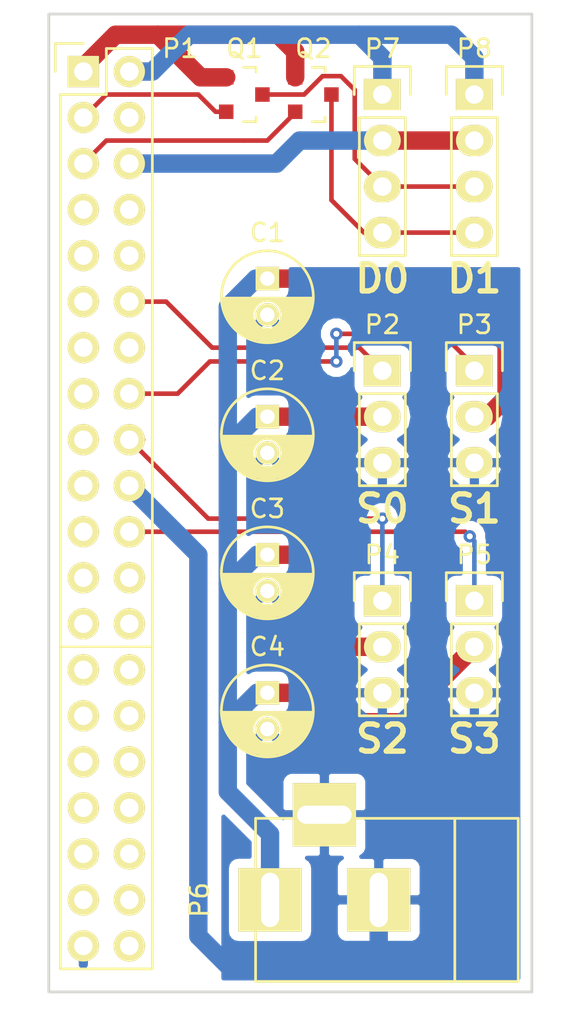
<source format=kicad_pcb>
(kicad_pcb (version 4) (host pcbnew 4.0.2+e4-6225~38~ubuntu16.04.1-stable)

  (general
    (links 34)
    (no_connects 0)
    (area 121.209999 57.709999 148.665001 111.835001)
    (thickness 1.6)
    (drawings 11)
    (tracks 103)
    (zones 0)
    (modules 14)
    (nets 44)
  )

  (page A4)
  (layers
    (0 F.Cu signal)
    (31 B.Cu signal)
    (32 B.Adhes user)
    (33 F.Adhes user)
    (34 B.Paste user)
    (35 F.Paste user)
    (36 B.SilkS user)
    (37 F.SilkS user)
    (38 B.Mask user)
    (39 F.Mask user)
    (40 Dwgs.User user)
    (41 Cmts.User user)
    (42 Eco1.User user)
    (43 Eco2.User user)
    (44 Edge.Cuts user)
    (45 Margin user)
    (46 B.CrtYd user)
    (47 F.CrtYd user)
    (48 B.Fab user)
    (49 F.Fab user)
  )

  (setup
    (last_trace_width 0.254)
    (trace_clearance 0.254)
    (zone_clearance 0.508)
    (zone_45_only no)
    (trace_min 0.1524)
    (segment_width 0.2)
    (edge_width 0.15)
    (via_size 0.6858)
    (via_drill 0.3302)
    (via_min_size 0.6858)
    (via_min_drill 0.3302)
    (uvia_size 0.762)
    (uvia_drill 0.508)
    (uvias_allowed no)
    (uvia_min_size 0.762)
    (uvia_min_drill 0.508)
    (pcb_text_width 0.3)
    (pcb_text_size 1.5 1.5)
    (mod_edge_width 0.15)
    (mod_text_size 1 1)
    (mod_text_width 0.15)
    (pad_size 1.524 1.524)
    (pad_drill 0.762)
    (pad_to_mask_clearance 0.2)
    (aux_axis_origin 0 0)
    (visible_elements FFFEFF7F)
    (pcbplotparams
      (layerselection 0x01030_80000001)
      (usegerberextensions false)
      (excludeedgelayer true)
      (linewidth 0.100000)
      (plotframeref false)
      (viasonmask false)
      (mode 1)
      (useauxorigin false)
      (hpglpennumber 1)
      (hpglpenspeed 20)
      (hpglpendiameter 15)
      (hpglpenoverlay 2)
      (psnegative false)
      (psa4output false)
      (plotreference true)
      (plotvalue true)
      (plotinvisibletext false)
      (padsonsilk false)
      (subtractmaskfromsilk false)
      (outputformat 1)
      (mirror false)
      (drillshape 0)
      (scaleselection 1)
      (outputdirectory output/))
  )

  (net 0 "")
  (net 1 VCC)
  (net 2 GND)
  (net 3 "Net-(P1-Pad4)")
  (net 4 "Net-(P1-Pad7)")
  (net 5 "Net-(P1-Pad8)")
  (net 6 "Net-(P1-Pad9)")
  (net 7 "Net-(P1-Pad10)")
  (net 8 "Net-(P1-Pad11)")
  (net 9 /SERVO_0)
  (net 10 "Net-(P1-Pad13)")
  (net 11 "Net-(P1-Pad14)")
  (net 12 "Net-(P1-Pad15)")
  (net 13 /SERVO_1)
  (net 14 "Net-(P1-Pad17)")
  (net 15 /SERVO_2)
  (net 16 "Net-(P1-Pad19)")
  (net 17 "Net-(P1-Pad21)")
  (net 18 /SERVO_3)
  (net 19 "Net-(P1-Pad23)")
  (net 20 "Net-(P1-Pad24)")
  (net 21 "Net-(P1-Pad26)")
  (net 22 "Net-(P1-Pad27)")
  (net 23 "Net-(P1-Pad28)")
  (net 24 "Net-(P1-Pad29)")
  (net 25 "Net-(P1-Pad30)")
  (net 26 "Net-(P1-Pad31)")
  (net 27 "Net-(P1-Pad32)")
  (net 28 "Net-(P1-Pad33)")
  (net 29 "Net-(P1-Pad34)")
  (net 30 "Net-(P1-Pad35)")
  (net 31 "Net-(P1-Pad36)")
  (net 32 "Net-(P1-Pad37)")
  (net 33 "Net-(P1-Pad38)")
  (net 34 "Net-(P1-Pad40)")
  (net 35 +3V3)
  (net 36 +5V)
  (net 37 /SDA3)
  (net 38 /SCL3)
  (net 39 /SDA5)
  (net 40 /SCL5)
  (net 41 GNDD)
  (net 42 "Net-(P1-Pad25)")
  (net 43 "Net-(P1-Pad39)")

  (net_class Default "This is the default net class."
    (clearance 0.254)
    (trace_width 0.254)
    (via_dia 0.6858)
    (via_drill 0.3302)
    (uvia_dia 0.762)
    (uvia_drill 0.508)
    (add_net /SCL3)
    (add_net /SCL5)
    (add_net /SDA3)
    (add_net /SDA5)
    (add_net /SERVO_0)
    (add_net /SERVO_1)
    (add_net /SERVO_2)
    (add_net /SERVO_3)
    (add_net GNDD)
    (add_net "Net-(P1-Pad10)")
    (add_net "Net-(P1-Pad11)")
    (add_net "Net-(P1-Pad13)")
    (add_net "Net-(P1-Pad14)")
    (add_net "Net-(P1-Pad15)")
    (add_net "Net-(P1-Pad17)")
    (add_net "Net-(P1-Pad19)")
    (add_net "Net-(P1-Pad21)")
    (add_net "Net-(P1-Pad23)")
    (add_net "Net-(P1-Pad24)")
    (add_net "Net-(P1-Pad25)")
    (add_net "Net-(P1-Pad26)")
    (add_net "Net-(P1-Pad27)")
    (add_net "Net-(P1-Pad28)")
    (add_net "Net-(P1-Pad29)")
    (add_net "Net-(P1-Pad30)")
    (add_net "Net-(P1-Pad31)")
    (add_net "Net-(P1-Pad32)")
    (add_net "Net-(P1-Pad33)")
    (add_net "Net-(P1-Pad34)")
    (add_net "Net-(P1-Pad35)")
    (add_net "Net-(P1-Pad36)")
    (add_net "Net-(P1-Pad37)")
    (add_net "Net-(P1-Pad38)")
    (add_net "Net-(P1-Pad39)")
    (add_net "Net-(P1-Pad4)")
    (add_net "Net-(P1-Pad40)")
    (add_net "Net-(P1-Pad7)")
    (add_net "Net-(P1-Pad8)")
    (add_net "Net-(P1-Pad9)")
  )

  (net_class Power ""
    (clearance 0.254)
    (trace_width 1.016)
    (via_dia 0.6858)
    (via_drill 0.3302)
    (uvia_dia 0.762)
    (uvia_drill 0.508)
    (add_net +3V3)
    (add_net +5V)
    (add_net GND)
    (add_net VCC)
  )

  (module Capacitors_ThroughHole:C_Radial_D5_L11_P2 (layer F.Cu) (tedit 578BF391) (tstamp 578BF200)
    (at 133.35 72.39 270)
    (descr "Radial Electrolytic Capacitor 5mm x Length 11mm, Pitch 2mm")
    (tags "Electrolytic Capacitor")
    (path /578BE19A)
    (fp_text reference C1 (at -2.54 0 360) (layer F.SilkS)
      (effects (font (size 1 1) (thickness 0.15)))
    )
    (fp_text value 100uF (at 1 3.8 270) (layer F.Fab)
      (effects (font (size 1 1) (thickness 0.15)))
    )
    (fp_line (start 1.075 -2.499) (end 1.075 2.499) (layer F.SilkS) (width 0.15))
    (fp_line (start 1.215 -2.491) (end 1.215 -0.154) (layer F.SilkS) (width 0.15))
    (fp_line (start 1.215 0.154) (end 1.215 2.491) (layer F.SilkS) (width 0.15))
    (fp_line (start 1.355 -2.475) (end 1.355 -0.473) (layer F.SilkS) (width 0.15))
    (fp_line (start 1.355 0.473) (end 1.355 2.475) (layer F.SilkS) (width 0.15))
    (fp_line (start 1.495 -2.451) (end 1.495 -0.62) (layer F.SilkS) (width 0.15))
    (fp_line (start 1.495 0.62) (end 1.495 2.451) (layer F.SilkS) (width 0.15))
    (fp_line (start 1.635 -2.418) (end 1.635 -0.712) (layer F.SilkS) (width 0.15))
    (fp_line (start 1.635 0.712) (end 1.635 2.418) (layer F.SilkS) (width 0.15))
    (fp_line (start 1.775 -2.377) (end 1.775 -0.768) (layer F.SilkS) (width 0.15))
    (fp_line (start 1.775 0.768) (end 1.775 2.377) (layer F.SilkS) (width 0.15))
    (fp_line (start 1.915 -2.327) (end 1.915 -0.795) (layer F.SilkS) (width 0.15))
    (fp_line (start 1.915 0.795) (end 1.915 2.327) (layer F.SilkS) (width 0.15))
    (fp_line (start 2.055 -2.266) (end 2.055 -0.798) (layer F.SilkS) (width 0.15))
    (fp_line (start 2.055 0.798) (end 2.055 2.266) (layer F.SilkS) (width 0.15))
    (fp_line (start 2.195 -2.196) (end 2.195 -0.776) (layer F.SilkS) (width 0.15))
    (fp_line (start 2.195 0.776) (end 2.195 2.196) (layer F.SilkS) (width 0.15))
    (fp_line (start 2.335 -2.114) (end 2.335 -0.726) (layer F.SilkS) (width 0.15))
    (fp_line (start 2.335 0.726) (end 2.335 2.114) (layer F.SilkS) (width 0.15))
    (fp_line (start 2.475 -2.019) (end 2.475 -0.644) (layer F.SilkS) (width 0.15))
    (fp_line (start 2.475 0.644) (end 2.475 2.019) (layer F.SilkS) (width 0.15))
    (fp_line (start 2.615 -1.908) (end 2.615 -0.512) (layer F.SilkS) (width 0.15))
    (fp_line (start 2.615 0.512) (end 2.615 1.908) (layer F.SilkS) (width 0.15))
    (fp_line (start 2.755 -1.78) (end 2.755 -0.265) (layer F.SilkS) (width 0.15))
    (fp_line (start 2.755 0.265) (end 2.755 1.78) (layer F.SilkS) (width 0.15))
    (fp_line (start 2.895 -1.631) (end 2.895 1.631) (layer F.SilkS) (width 0.15))
    (fp_line (start 3.035 -1.452) (end 3.035 1.452) (layer F.SilkS) (width 0.15))
    (fp_line (start 3.175 -1.233) (end 3.175 1.233) (layer F.SilkS) (width 0.15))
    (fp_line (start 3.315 -0.944) (end 3.315 0.944) (layer F.SilkS) (width 0.15))
    (fp_line (start 3.455 -0.472) (end 3.455 0.472) (layer F.SilkS) (width 0.15))
    (fp_circle (center 2 0) (end 2 -0.8) (layer F.SilkS) (width 0.15))
    (fp_circle (center 1 0) (end 1 -2.5375) (layer F.SilkS) (width 0.15))
    (fp_circle (center 1 0) (end 1 -2.8) (layer F.CrtYd) (width 0.05))
    (pad 1 thru_hole rect (at 0 0 270) (size 1.3 1.3) (drill 0.8) (layers *.Cu *.Mask F.SilkS)
      (net 1 VCC))
    (pad 2 thru_hole circle (at 2 0 270) (size 1.3 1.3) (drill 0.8) (layers *.Cu *.Mask F.SilkS)
      (net 2 GND))
    (model Capacitors_ThroughHole.3dshapes/C_Radial_D5_L11_P2.wrl
      (at (xyz 0 0 0))
      (scale (xyz 1 1 1))
      (rotate (xyz 0 0 0))
    )
  )

  (module Capacitors_ThroughHole:C_Radial_D5_L11_P2 (layer F.Cu) (tedit 578BF398) (tstamp 578BF206)
    (at 133.35 80.01 270)
    (descr "Radial Electrolytic Capacitor 5mm x Length 11mm, Pitch 2mm")
    (tags "Electrolytic Capacitor")
    (path /578BE47F)
    (fp_text reference C2 (at -2.54 0 360) (layer F.SilkS)
      (effects (font (size 1 1) (thickness 0.15)))
    )
    (fp_text value 100uF (at 1 3.8 270) (layer F.Fab)
      (effects (font (size 1 1) (thickness 0.15)))
    )
    (fp_line (start 1.075 -2.499) (end 1.075 2.499) (layer F.SilkS) (width 0.15))
    (fp_line (start 1.215 -2.491) (end 1.215 -0.154) (layer F.SilkS) (width 0.15))
    (fp_line (start 1.215 0.154) (end 1.215 2.491) (layer F.SilkS) (width 0.15))
    (fp_line (start 1.355 -2.475) (end 1.355 -0.473) (layer F.SilkS) (width 0.15))
    (fp_line (start 1.355 0.473) (end 1.355 2.475) (layer F.SilkS) (width 0.15))
    (fp_line (start 1.495 -2.451) (end 1.495 -0.62) (layer F.SilkS) (width 0.15))
    (fp_line (start 1.495 0.62) (end 1.495 2.451) (layer F.SilkS) (width 0.15))
    (fp_line (start 1.635 -2.418) (end 1.635 -0.712) (layer F.SilkS) (width 0.15))
    (fp_line (start 1.635 0.712) (end 1.635 2.418) (layer F.SilkS) (width 0.15))
    (fp_line (start 1.775 -2.377) (end 1.775 -0.768) (layer F.SilkS) (width 0.15))
    (fp_line (start 1.775 0.768) (end 1.775 2.377) (layer F.SilkS) (width 0.15))
    (fp_line (start 1.915 -2.327) (end 1.915 -0.795) (layer F.SilkS) (width 0.15))
    (fp_line (start 1.915 0.795) (end 1.915 2.327) (layer F.SilkS) (width 0.15))
    (fp_line (start 2.055 -2.266) (end 2.055 -0.798) (layer F.SilkS) (width 0.15))
    (fp_line (start 2.055 0.798) (end 2.055 2.266) (layer F.SilkS) (width 0.15))
    (fp_line (start 2.195 -2.196) (end 2.195 -0.776) (layer F.SilkS) (width 0.15))
    (fp_line (start 2.195 0.776) (end 2.195 2.196) (layer F.SilkS) (width 0.15))
    (fp_line (start 2.335 -2.114) (end 2.335 -0.726) (layer F.SilkS) (width 0.15))
    (fp_line (start 2.335 0.726) (end 2.335 2.114) (layer F.SilkS) (width 0.15))
    (fp_line (start 2.475 -2.019) (end 2.475 -0.644) (layer F.SilkS) (width 0.15))
    (fp_line (start 2.475 0.644) (end 2.475 2.019) (layer F.SilkS) (width 0.15))
    (fp_line (start 2.615 -1.908) (end 2.615 -0.512) (layer F.SilkS) (width 0.15))
    (fp_line (start 2.615 0.512) (end 2.615 1.908) (layer F.SilkS) (width 0.15))
    (fp_line (start 2.755 -1.78) (end 2.755 -0.265) (layer F.SilkS) (width 0.15))
    (fp_line (start 2.755 0.265) (end 2.755 1.78) (layer F.SilkS) (width 0.15))
    (fp_line (start 2.895 -1.631) (end 2.895 1.631) (layer F.SilkS) (width 0.15))
    (fp_line (start 3.035 -1.452) (end 3.035 1.452) (layer F.SilkS) (width 0.15))
    (fp_line (start 3.175 -1.233) (end 3.175 1.233) (layer F.SilkS) (width 0.15))
    (fp_line (start 3.315 -0.944) (end 3.315 0.944) (layer F.SilkS) (width 0.15))
    (fp_line (start 3.455 -0.472) (end 3.455 0.472) (layer F.SilkS) (width 0.15))
    (fp_circle (center 2 0) (end 2 -0.8) (layer F.SilkS) (width 0.15))
    (fp_circle (center 1 0) (end 1 -2.5375) (layer F.SilkS) (width 0.15))
    (fp_circle (center 1 0) (end 1 -2.8) (layer F.CrtYd) (width 0.05))
    (pad 1 thru_hole rect (at 0 0 270) (size 1.3 1.3) (drill 0.8) (layers *.Cu *.Mask F.SilkS)
      (net 1 VCC))
    (pad 2 thru_hole circle (at 2 0 270) (size 1.3 1.3) (drill 0.8) (layers *.Cu *.Mask F.SilkS)
      (net 2 GND))
    (model Capacitors_ThroughHole.3dshapes/C_Radial_D5_L11_P2.wrl
      (at (xyz 0 0 0))
      (scale (xyz 1 1 1))
      (rotate (xyz 0 0 0))
    )
  )

  (module Capacitors_ThroughHole:C_Radial_D5_L11_P2 (layer F.Cu) (tedit 578BF3B0) (tstamp 578BF20C)
    (at 133.35 87.63 270)
    (descr "Radial Electrolytic Capacitor 5mm x Length 11mm, Pitch 2mm")
    (tags "Electrolytic Capacitor")
    (path /578BE4BF)
    (fp_text reference C3 (at -2.54 0 360) (layer F.SilkS)
      (effects (font (size 1 1) (thickness 0.15)))
    )
    (fp_text value 100uF (at 1 3.8 270) (layer F.Fab)
      (effects (font (size 1 1) (thickness 0.15)))
    )
    (fp_line (start 1.075 -2.499) (end 1.075 2.499) (layer F.SilkS) (width 0.15))
    (fp_line (start 1.215 -2.491) (end 1.215 -0.154) (layer F.SilkS) (width 0.15))
    (fp_line (start 1.215 0.154) (end 1.215 2.491) (layer F.SilkS) (width 0.15))
    (fp_line (start 1.355 -2.475) (end 1.355 -0.473) (layer F.SilkS) (width 0.15))
    (fp_line (start 1.355 0.473) (end 1.355 2.475) (layer F.SilkS) (width 0.15))
    (fp_line (start 1.495 -2.451) (end 1.495 -0.62) (layer F.SilkS) (width 0.15))
    (fp_line (start 1.495 0.62) (end 1.495 2.451) (layer F.SilkS) (width 0.15))
    (fp_line (start 1.635 -2.418) (end 1.635 -0.712) (layer F.SilkS) (width 0.15))
    (fp_line (start 1.635 0.712) (end 1.635 2.418) (layer F.SilkS) (width 0.15))
    (fp_line (start 1.775 -2.377) (end 1.775 -0.768) (layer F.SilkS) (width 0.15))
    (fp_line (start 1.775 0.768) (end 1.775 2.377) (layer F.SilkS) (width 0.15))
    (fp_line (start 1.915 -2.327) (end 1.915 -0.795) (layer F.SilkS) (width 0.15))
    (fp_line (start 1.915 0.795) (end 1.915 2.327) (layer F.SilkS) (width 0.15))
    (fp_line (start 2.055 -2.266) (end 2.055 -0.798) (layer F.SilkS) (width 0.15))
    (fp_line (start 2.055 0.798) (end 2.055 2.266) (layer F.SilkS) (width 0.15))
    (fp_line (start 2.195 -2.196) (end 2.195 -0.776) (layer F.SilkS) (width 0.15))
    (fp_line (start 2.195 0.776) (end 2.195 2.196) (layer F.SilkS) (width 0.15))
    (fp_line (start 2.335 -2.114) (end 2.335 -0.726) (layer F.SilkS) (width 0.15))
    (fp_line (start 2.335 0.726) (end 2.335 2.114) (layer F.SilkS) (width 0.15))
    (fp_line (start 2.475 -2.019) (end 2.475 -0.644) (layer F.SilkS) (width 0.15))
    (fp_line (start 2.475 0.644) (end 2.475 2.019) (layer F.SilkS) (width 0.15))
    (fp_line (start 2.615 -1.908) (end 2.615 -0.512) (layer F.SilkS) (width 0.15))
    (fp_line (start 2.615 0.512) (end 2.615 1.908) (layer F.SilkS) (width 0.15))
    (fp_line (start 2.755 -1.78) (end 2.755 -0.265) (layer F.SilkS) (width 0.15))
    (fp_line (start 2.755 0.265) (end 2.755 1.78) (layer F.SilkS) (width 0.15))
    (fp_line (start 2.895 -1.631) (end 2.895 1.631) (layer F.SilkS) (width 0.15))
    (fp_line (start 3.035 -1.452) (end 3.035 1.452) (layer F.SilkS) (width 0.15))
    (fp_line (start 3.175 -1.233) (end 3.175 1.233) (layer F.SilkS) (width 0.15))
    (fp_line (start 3.315 -0.944) (end 3.315 0.944) (layer F.SilkS) (width 0.15))
    (fp_line (start 3.455 -0.472) (end 3.455 0.472) (layer F.SilkS) (width 0.15))
    (fp_circle (center 2 0) (end 2 -0.8) (layer F.SilkS) (width 0.15))
    (fp_circle (center 1 0) (end 1 -2.5375) (layer F.SilkS) (width 0.15))
    (fp_circle (center 1 0) (end 1 -2.8) (layer F.CrtYd) (width 0.05))
    (pad 1 thru_hole rect (at 0 0 270) (size 1.3 1.3) (drill 0.8) (layers *.Cu *.Mask F.SilkS)
      (net 1 VCC))
    (pad 2 thru_hole circle (at 2 0 270) (size 1.3 1.3) (drill 0.8) (layers *.Cu *.Mask F.SilkS)
      (net 2 GND))
    (model Capacitors_ThroughHole.3dshapes/C_Radial_D5_L11_P2.wrl
      (at (xyz 0 0 0))
      (scale (xyz 1 1 1))
      (rotate (xyz 0 0 0))
    )
  )

  (module Capacitors_ThroughHole:C_Radial_D5_L11_P2 (layer F.Cu) (tedit 578BF3BB) (tstamp 578BF212)
    (at 133.35 95.25 270)
    (descr "Radial Electrolytic Capacitor 5mm x Length 11mm, Pitch 2mm")
    (tags "Electrolytic Capacitor")
    (path /578BE5A1)
    (fp_text reference C4 (at -2.54 0 360) (layer F.SilkS)
      (effects (font (size 1 1) (thickness 0.15)))
    )
    (fp_text value 100uF (at 1 3.8 270) (layer F.Fab)
      (effects (font (size 1 1) (thickness 0.15)))
    )
    (fp_line (start 1.075 -2.499) (end 1.075 2.499) (layer F.SilkS) (width 0.15))
    (fp_line (start 1.215 -2.491) (end 1.215 -0.154) (layer F.SilkS) (width 0.15))
    (fp_line (start 1.215 0.154) (end 1.215 2.491) (layer F.SilkS) (width 0.15))
    (fp_line (start 1.355 -2.475) (end 1.355 -0.473) (layer F.SilkS) (width 0.15))
    (fp_line (start 1.355 0.473) (end 1.355 2.475) (layer F.SilkS) (width 0.15))
    (fp_line (start 1.495 -2.451) (end 1.495 -0.62) (layer F.SilkS) (width 0.15))
    (fp_line (start 1.495 0.62) (end 1.495 2.451) (layer F.SilkS) (width 0.15))
    (fp_line (start 1.635 -2.418) (end 1.635 -0.712) (layer F.SilkS) (width 0.15))
    (fp_line (start 1.635 0.712) (end 1.635 2.418) (layer F.SilkS) (width 0.15))
    (fp_line (start 1.775 -2.377) (end 1.775 -0.768) (layer F.SilkS) (width 0.15))
    (fp_line (start 1.775 0.768) (end 1.775 2.377) (layer F.SilkS) (width 0.15))
    (fp_line (start 1.915 -2.327) (end 1.915 -0.795) (layer F.SilkS) (width 0.15))
    (fp_line (start 1.915 0.795) (end 1.915 2.327) (layer F.SilkS) (width 0.15))
    (fp_line (start 2.055 -2.266) (end 2.055 -0.798) (layer F.SilkS) (width 0.15))
    (fp_line (start 2.055 0.798) (end 2.055 2.266) (layer F.SilkS) (width 0.15))
    (fp_line (start 2.195 -2.196) (end 2.195 -0.776) (layer F.SilkS) (width 0.15))
    (fp_line (start 2.195 0.776) (end 2.195 2.196) (layer F.SilkS) (width 0.15))
    (fp_line (start 2.335 -2.114) (end 2.335 -0.726) (layer F.SilkS) (width 0.15))
    (fp_line (start 2.335 0.726) (end 2.335 2.114) (layer F.SilkS) (width 0.15))
    (fp_line (start 2.475 -2.019) (end 2.475 -0.644) (layer F.SilkS) (width 0.15))
    (fp_line (start 2.475 0.644) (end 2.475 2.019) (layer F.SilkS) (width 0.15))
    (fp_line (start 2.615 -1.908) (end 2.615 -0.512) (layer F.SilkS) (width 0.15))
    (fp_line (start 2.615 0.512) (end 2.615 1.908) (layer F.SilkS) (width 0.15))
    (fp_line (start 2.755 -1.78) (end 2.755 -0.265) (layer F.SilkS) (width 0.15))
    (fp_line (start 2.755 0.265) (end 2.755 1.78) (layer F.SilkS) (width 0.15))
    (fp_line (start 2.895 -1.631) (end 2.895 1.631) (layer F.SilkS) (width 0.15))
    (fp_line (start 3.035 -1.452) (end 3.035 1.452) (layer F.SilkS) (width 0.15))
    (fp_line (start 3.175 -1.233) (end 3.175 1.233) (layer F.SilkS) (width 0.15))
    (fp_line (start 3.315 -0.944) (end 3.315 0.944) (layer F.SilkS) (width 0.15))
    (fp_line (start 3.455 -0.472) (end 3.455 0.472) (layer F.SilkS) (width 0.15))
    (fp_circle (center 2 0) (end 2 -0.8) (layer F.SilkS) (width 0.15))
    (fp_circle (center 1 0) (end 1 -2.5375) (layer F.SilkS) (width 0.15))
    (fp_circle (center 1 0) (end 1 -2.8) (layer F.CrtYd) (width 0.05))
    (pad 1 thru_hole rect (at 0 0 270) (size 1.3 1.3) (drill 0.8) (layers *.Cu *.Mask F.SilkS)
      (net 1 VCC))
    (pad 2 thru_hole circle (at 2 0 270) (size 1.3 1.3) (drill 0.8) (layers *.Cu *.Mask F.SilkS)
      (net 2 GND))
    (model Capacitors_ThroughHole.3dshapes/C_Radial_D5_L11_P2.wrl
      (at (xyz 0 0 0))
      (scale (xyz 1 1 1))
      (rotate (xyz 0 0 0))
    )
  )

  (module Pin_Headers:Pin_Header_Straight_2x20 (layer F.Cu) (tedit 578C11BC) (tstamp 578BF23E)
    (at 123.19 60.96)
    (descr "Through hole pin header")
    (tags "pin header")
    (path /56DCE2CB)
    (fp_text reference P1 (at 5.334 -1.27) (layer F.SilkS)
      (effects (font (size 1 1) (thickness 0.15)))
    )
    (fp_text value RPI_HEADER (at 0 -3.1) (layer F.Fab)
      (effects (font (size 1 1) (thickness 0.15)))
    )
    (fp_line (start -1.75 -1.75) (end -1.75 50.05) (layer F.CrtYd) (width 0.05))
    (fp_line (start 4.3 -1.75) (end 4.3 50.05) (layer F.CrtYd) (width 0.05))
    (fp_line (start -1.75 -1.75) (end 4.3 -1.75) (layer F.CrtYd) (width 0.05))
    (fp_line (start -1.75 50.05) (end 4.3 50.05) (layer F.CrtYd) (width 0.05))
    (fp_line (start 3.81 49.53) (end 3.81 -1.27) (layer F.SilkS) (width 0.15))
    (fp_line (start -1.27 1.27) (end -1.27 49.53) (layer F.SilkS) (width 0.15))
    (fp_line (start 3.81 49.53) (end -1.27 49.53) (layer F.SilkS) (width 0.15))
    (fp_line (start 3.81 -1.27) (end 1.27 -1.27) (layer F.SilkS) (width 0.15))
    (fp_line (start 0 -1.55) (end -1.55 -1.55) (layer F.SilkS) (width 0.15))
    (fp_line (start 1.27 -1.27) (end 1.27 1.27) (layer F.SilkS) (width 0.15))
    (fp_line (start 1.27 1.27) (end -1.27 1.27) (layer F.SilkS) (width 0.15))
    (fp_line (start -1.55 -1.55) (end -1.55 0) (layer F.SilkS) (width 0.15))
    (pad 1 thru_hole rect (at 0 0) (size 1.7272 1.7272) (drill 1.016) (layers *.Cu *.Mask F.SilkS)
      (net 35 +3V3))
    (pad 2 thru_hole oval (at 2.54 0) (size 1.7272 1.7272) (drill 1.016) (layers *.Cu *.Mask F.SilkS)
      (net 36 +5V))
    (pad 3 thru_hole oval (at 0 2.54) (size 1.7272 1.7272) (drill 1.016) (layers *.Cu *.Mask F.SilkS)
      (net 37 /SDA3))
    (pad 4 thru_hole oval (at 2.54 2.54) (size 1.7272 1.7272) (drill 1.016) (layers *.Cu *.Mask F.SilkS)
      (net 3 "Net-(P1-Pad4)"))
    (pad 5 thru_hole oval (at 0 5.08) (size 1.7272 1.7272) (drill 1.016) (layers *.Cu *.Mask F.SilkS)
      (net 38 /SCL3))
    (pad 6 thru_hole oval (at 2.54 5.08) (size 1.7272 1.7272) (drill 1.016) (layers *.Cu *.Mask F.SilkS)
      (net 41 GNDD))
    (pad 7 thru_hole oval (at 0 7.62) (size 1.7272 1.7272) (drill 1.016) (layers *.Cu *.Mask F.SilkS)
      (net 4 "Net-(P1-Pad7)"))
    (pad 8 thru_hole oval (at 2.54 7.62) (size 1.7272 1.7272) (drill 1.016) (layers *.Cu *.Mask F.SilkS)
      (net 5 "Net-(P1-Pad8)"))
    (pad 9 thru_hole oval (at 0 10.16) (size 1.7272 1.7272) (drill 1.016) (layers *.Cu *.Mask F.SilkS)
      (net 6 "Net-(P1-Pad9)"))
    (pad 10 thru_hole oval (at 2.54 10.16) (size 1.7272 1.7272) (drill 1.016) (layers *.Cu *.Mask F.SilkS)
      (net 7 "Net-(P1-Pad10)"))
    (pad 11 thru_hole oval (at 0 12.7) (size 1.7272 1.7272) (drill 1.016) (layers *.Cu *.Mask F.SilkS)
      (net 8 "Net-(P1-Pad11)"))
    (pad 12 thru_hole oval (at 2.54 12.7) (size 1.7272 1.7272) (drill 1.016) (layers *.Cu *.Mask F.SilkS)
      (net 9 /SERVO_0))
    (pad 13 thru_hole oval (at 0 15.24) (size 1.7272 1.7272) (drill 1.016) (layers *.Cu *.Mask F.SilkS)
      (net 10 "Net-(P1-Pad13)"))
    (pad 14 thru_hole oval (at 2.54 15.24) (size 1.7272 1.7272) (drill 1.016) (layers *.Cu *.Mask F.SilkS)
      (net 11 "Net-(P1-Pad14)"))
    (pad 15 thru_hole oval (at 0 17.78) (size 1.7272 1.7272) (drill 1.016) (layers *.Cu *.Mask F.SilkS)
      (net 12 "Net-(P1-Pad15)"))
    (pad 16 thru_hole oval (at 2.54 17.78) (size 1.7272 1.7272) (drill 1.016) (layers *.Cu *.Mask F.SilkS)
      (net 13 /SERVO_1))
    (pad 17 thru_hole oval (at 0 20.32) (size 1.7272 1.7272) (drill 1.016) (layers *.Cu *.Mask F.SilkS)
      (net 14 "Net-(P1-Pad17)"))
    (pad 18 thru_hole oval (at 2.54 20.32) (size 1.7272 1.7272) (drill 1.016) (layers *.Cu *.Mask F.SilkS)
      (net 15 /SERVO_2))
    (pad 19 thru_hole oval (at 0 22.86) (size 1.7272 1.7272) (drill 1.016) (layers *.Cu *.Mask F.SilkS)
      (net 16 "Net-(P1-Pad19)"))
    (pad 20 thru_hole oval (at 2.54 22.86) (size 1.7272 1.7272) (drill 1.016) (layers *.Cu *.Mask F.SilkS)
      (net 2 GND))
    (pad 21 thru_hole oval (at 0 25.4) (size 1.7272 1.7272) (drill 1.016) (layers *.Cu *.Mask F.SilkS)
      (net 17 "Net-(P1-Pad21)"))
    (pad 22 thru_hole oval (at 2.54 25.4) (size 1.7272 1.7272) (drill 1.016) (layers *.Cu *.Mask F.SilkS)
      (net 18 /SERVO_3))
    (pad 23 thru_hole oval (at 0 27.94) (size 1.7272 1.7272) (drill 1.016) (layers *.Cu *.Mask F.SilkS)
      (net 19 "Net-(P1-Pad23)"))
    (pad 24 thru_hole oval (at 2.54 27.94) (size 1.7272 1.7272) (drill 1.016) (layers *.Cu *.Mask F.SilkS)
      (net 20 "Net-(P1-Pad24)"))
    (pad 25 thru_hole oval (at 0 30.48) (size 1.7272 1.7272) (drill 1.016) (layers *.Cu *.Mask F.SilkS)
      (net 42 "Net-(P1-Pad25)"))
    (pad 26 thru_hole oval (at 2.54 30.48) (size 1.7272 1.7272) (drill 1.016) (layers *.Cu *.Mask F.SilkS)
      (net 21 "Net-(P1-Pad26)"))
    (pad 27 thru_hole oval (at 0 33.02) (size 1.7272 1.7272) (drill 1.016) (layers *.Cu *.Mask F.SilkS)
      (net 22 "Net-(P1-Pad27)"))
    (pad 28 thru_hole oval (at 2.54 33.02) (size 1.7272 1.7272) (drill 1.016) (layers *.Cu *.Mask F.SilkS)
      (net 23 "Net-(P1-Pad28)"))
    (pad 29 thru_hole oval (at 0 35.56) (size 1.7272 1.7272) (drill 1.016) (layers *.Cu *.Mask F.SilkS)
      (net 24 "Net-(P1-Pad29)"))
    (pad 30 thru_hole oval (at 2.54 35.56) (size 1.7272 1.7272) (drill 1.016) (layers *.Cu *.Mask F.SilkS)
      (net 25 "Net-(P1-Pad30)"))
    (pad 31 thru_hole oval (at 0 38.1) (size 1.7272 1.7272) (drill 1.016) (layers *.Cu *.Mask F.SilkS)
      (net 26 "Net-(P1-Pad31)"))
    (pad 32 thru_hole oval (at 2.54 38.1) (size 1.7272 1.7272) (drill 1.016) (layers *.Cu *.Mask F.SilkS)
      (net 27 "Net-(P1-Pad32)"))
    (pad 33 thru_hole oval (at 0 40.64) (size 1.7272 1.7272) (drill 1.016) (layers *.Cu *.Mask F.SilkS)
      (net 28 "Net-(P1-Pad33)"))
    (pad 34 thru_hole oval (at 2.54 40.64) (size 1.7272 1.7272) (drill 1.016) (layers *.Cu *.Mask F.SilkS)
      (net 29 "Net-(P1-Pad34)"))
    (pad 35 thru_hole oval (at 0 43.18) (size 1.7272 1.7272) (drill 1.016) (layers *.Cu *.Mask F.SilkS)
      (net 30 "Net-(P1-Pad35)"))
    (pad 36 thru_hole oval (at 2.54 43.18) (size 1.7272 1.7272) (drill 1.016) (layers *.Cu *.Mask F.SilkS)
      (net 31 "Net-(P1-Pad36)"))
    (pad 37 thru_hole oval (at 0 45.72) (size 1.7272 1.7272) (drill 1.016) (layers *.Cu *.Mask F.SilkS)
      (net 32 "Net-(P1-Pad37)"))
    (pad 38 thru_hole oval (at 2.54 45.72) (size 1.7272 1.7272) (drill 1.016) (layers *.Cu *.Mask F.SilkS)
      (net 33 "Net-(P1-Pad38)"))
    (pad 39 thru_hole oval (at 0 48.26) (size 1.7272 1.7272) (drill 1.016) (layers *.Cu *.Mask F.SilkS)
      (net 43 "Net-(P1-Pad39)"))
    (pad 40 thru_hole oval (at 2.54 48.26) (size 1.7272 1.7272) (drill 1.016) (layers *.Cu *.Mask F.SilkS)
      (net 34 "Net-(P1-Pad40)"))
    (model Pin_Headers.3dshapes/Pin_Header_Straight_2x20.wrl
      (at (xyz 0.05 -0.95 0))
      (scale (xyz 1 1 1))
      (rotate (xyz 0 0 90))
    )
  )

  (module Pin_Headers:Pin_Header_Straight_1x03 (layer F.Cu) (tedit 578BF393) (tstamp 578BF245)
    (at 139.7 77.47)
    (descr "Through hole pin header")
    (tags "pin header")
    (path /56DCE460)
    (fp_text reference P2 (at 0 -2.54) (layer F.SilkS)
      (effects (font (size 1 1) (thickness 0.15)))
    )
    (fp_text value CONN_01X03 (at 0 -3.1) (layer F.Fab)
      (effects (font (size 1 1) (thickness 0.15)))
    )
    (fp_line (start -1.75 -1.75) (end -1.75 6.85) (layer F.CrtYd) (width 0.05))
    (fp_line (start 1.75 -1.75) (end 1.75 6.85) (layer F.CrtYd) (width 0.05))
    (fp_line (start -1.75 -1.75) (end 1.75 -1.75) (layer F.CrtYd) (width 0.05))
    (fp_line (start -1.75 6.85) (end 1.75 6.85) (layer F.CrtYd) (width 0.05))
    (fp_line (start -1.27 1.27) (end -1.27 6.35) (layer F.SilkS) (width 0.15))
    (fp_line (start -1.27 6.35) (end 1.27 6.35) (layer F.SilkS) (width 0.15))
    (fp_line (start 1.27 6.35) (end 1.27 1.27) (layer F.SilkS) (width 0.15))
    (fp_line (start 1.55 -1.55) (end 1.55 0) (layer F.SilkS) (width 0.15))
    (fp_line (start 1.27 1.27) (end -1.27 1.27) (layer F.SilkS) (width 0.15))
    (fp_line (start -1.55 0) (end -1.55 -1.55) (layer F.SilkS) (width 0.15))
    (fp_line (start -1.55 -1.55) (end 1.55 -1.55) (layer F.SilkS) (width 0.15))
    (pad 1 thru_hole rect (at 0 0) (size 2.032 1.7272) (drill 1.016) (layers *.Cu *.Mask F.SilkS)
      (net 9 /SERVO_0))
    (pad 2 thru_hole oval (at 0 2.54) (size 2.032 1.7272) (drill 1.016) (layers *.Cu *.Mask F.SilkS)
      (net 1 VCC))
    (pad 3 thru_hole oval (at 0 5.08) (size 2.032 1.7272) (drill 1.016) (layers *.Cu *.Mask F.SilkS)
      (net 2 GND))
    (model Pin_Headers.3dshapes/Pin_Header_Straight_1x03.wrl
      (at (xyz 0 -0.1 0))
      (scale (xyz 1 1 1))
      (rotate (xyz 0 0 90))
    )
  )

  (module Pin_Headers:Pin_Header_Straight_1x03 (layer F.Cu) (tedit 578BF3A0) (tstamp 578BF24C)
    (at 144.78 77.47)
    (descr "Through hole pin header")
    (tags "pin header")
    (path /56DCE5DB)
    (fp_text reference P3 (at 0 -2.54) (layer F.SilkS)
      (effects (font (size 1 1) (thickness 0.15)))
    )
    (fp_text value CONN_01X03 (at 0 -3.1) (layer F.Fab)
      (effects (font (size 1 1) (thickness 0.15)))
    )
    (fp_line (start -1.75 -1.75) (end -1.75 6.85) (layer F.CrtYd) (width 0.05))
    (fp_line (start 1.75 -1.75) (end 1.75 6.85) (layer F.CrtYd) (width 0.05))
    (fp_line (start -1.75 -1.75) (end 1.75 -1.75) (layer F.CrtYd) (width 0.05))
    (fp_line (start -1.75 6.85) (end 1.75 6.85) (layer F.CrtYd) (width 0.05))
    (fp_line (start -1.27 1.27) (end -1.27 6.35) (layer F.SilkS) (width 0.15))
    (fp_line (start -1.27 6.35) (end 1.27 6.35) (layer F.SilkS) (width 0.15))
    (fp_line (start 1.27 6.35) (end 1.27 1.27) (layer F.SilkS) (width 0.15))
    (fp_line (start 1.55 -1.55) (end 1.55 0) (layer F.SilkS) (width 0.15))
    (fp_line (start 1.27 1.27) (end -1.27 1.27) (layer F.SilkS) (width 0.15))
    (fp_line (start -1.55 0) (end -1.55 -1.55) (layer F.SilkS) (width 0.15))
    (fp_line (start -1.55 -1.55) (end 1.55 -1.55) (layer F.SilkS) (width 0.15))
    (pad 1 thru_hole rect (at 0 0) (size 2.032 1.7272) (drill 1.016) (layers *.Cu *.Mask F.SilkS)
      (net 13 /SERVO_1))
    (pad 2 thru_hole oval (at 0 2.54) (size 2.032 1.7272) (drill 1.016) (layers *.Cu *.Mask F.SilkS)
      (net 1 VCC))
    (pad 3 thru_hole oval (at 0 5.08) (size 2.032 1.7272) (drill 1.016) (layers *.Cu *.Mask F.SilkS)
      (net 2 GND))
    (model Pin_Headers.3dshapes/Pin_Header_Straight_1x03.wrl
      (at (xyz 0 -0.1 0))
      (scale (xyz 1 1 1))
      (rotate (xyz 0 0 90))
    )
  )

  (module Pin_Headers:Pin_Header_Straight_1x03 (layer F.Cu) (tedit 578BF39D) (tstamp 578BF253)
    (at 139.7 90.17)
    (descr "Through hole pin header")
    (tags "pin header")
    (path /56DCE629)
    (fp_text reference P4 (at 0 -2.54) (layer F.SilkS)
      (effects (font (size 1 1) (thickness 0.15)))
    )
    (fp_text value CONN_01X03 (at 0 -3.1) (layer F.Fab)
      (effects (font (size 1 1) (thickness 0.15)))
    )
    (fp_line (start -1.75 -1.75) (end -1.75 6.85) (layer F.CrtYd) (width 0.05))
    (fp_line (start 1.75 -1.75) (end 1.75 6.85) (layer F.CrtYd) (width 0.05))
    (fp_line (start -1.75 -1.75) (end 1.75 -1.75) (layer F.CrtYd) (width 0.05))
    (fp_line (start -1.75 6.85) (end 1.75 6.85) (layer F.CrtYd) (width 0.05))
    (fp_line (start -1.27 1.27) (end -1.27 6.35) (layer F.SilkS) (width 0.15))
    (fp_line (start -1.27 6.35) (end 1.27 6.35) (layer F.SilkS) (width 0.15))
    (fp_line (start 1.27 6.35) (end 1.27 1.27) (layer F.SilkS) (width 0.15))
    (fp_line (start 1.55 -1.55) (end 1.55 0) (layer F.SilkS) (width 0.15))
    (fp_line (start 1.27 1.27) (end -1.27 1.27) (layer F.SilkS) (width 0.15))
    (fp_line (start -1.55 0) (end -1.55 -1.55) (layer F.SilkS) (width 0.15))
    (fp_line (start -1.55 -1.55) (end 1.55 -1.55) (layer F.SilkS) (width 0.15))
    (pad 1 thru_hole rect (at 0 0) (size 2.032 1.7272) (drill 1.016) (layers *.Cu *.Mask F.SilkS)
      (net 15 /SERVO_2))
    (pad 2 thru_hole oval (at 0 2.54) (size 2.032 1.7272) (drill 1.016) (layers *.Cu *.Mask F.SilkS)
      (net 1 VCC))
    (pad 3 thru_hole oval (at 0 5.08) (size 2.032 1.7272) (drill 1.016) (layers *.Cu *.Mask F.SilkS)
      (net 2 GND))
    (model Pin_Headers.3dshapes/Pin_Header_Straight_1x03.wrl
      (at (xyz 0 -0.1 0))
      (scale (xyz 1 1 1))
      (rotate (xyz 0 0 90))
    )
  )

  (module Pin_Headers:Pin_Header_Straight_1x03 (layer F.Cu) (tedit 578BF3B8) (tstamp 578BF25A)
    (at 144.78 90.17)
    (descr "Through hole pin header")
    (tags "pin header")
    (path /56DCE661)
    (fp_text reference P5 (at 0 -2.54 180) (layer F.SilkS)
      (effects (font (size 1 1) (thickness 0.15)))
    )
    (fp_text value CONN_01X03 (at 0 -3.1) (layer F.Fab)
      (effects (font (size 1 1) (thickness 0.15)))
    )
    (fp_line (start -1.75 -1.75) (end -1.75 6.85) (layer F.CrtYd) (width 0.05))
    (fp_line (start 1.75 -1.75) (end 1.75 6.85) (layer F.CrtYd) (width 0.05))
    (fp_line (start -1.75 -1.75) (end 1.75 -1.75) (layer F.CrtYd) (width 0.05))
    (fp_line (start -1.75 6.85) (end 1.75 6.85) (layer F.CrtYd) (width 0.05))
    (fp_line (start -1.27 1.27) (end -1.27 6.35) (layer F.SilkS) (width 0.15))
    (fp_line (start -1.27 6.35) (end 1.27 6.35) (layer F.SilkS) (width 0.15))
    (fp_line (start 1.27 6.35) (end 1.27 1.27) (layer F.SilkS) (width 0.15))
    (fp_line (start 1.55 -1.55) (end 1.55 0) (layer F.SilkS) (width 0.15))
    (fp_line (start 1.27 1.27) (end -1.27 1.27) (layer F.SilkS) (width 0.15))
    (fp_line (start -1.55 0) (end -1.55 -1.55) (layer F.SilkS) (width 0.15))
    (fp_line (start -1.55 -1.55) (end 1.55 -1.55) (layer F.SilkS) (width 0.15))
    (pad 1 thru_hole rect (at 0 0) (size 2.032 1.7272) (drill 1.016) (layers *.Cu *.Mask F.SilkS)
      (net 18 /SERVO_3))
    (pad 2 thru_hole oval (at 0 2.54) (size 2.032 1.7272) (drill 1.016) (layers *.Cu *.Mask F.SilkS)
      (net 1 VCC))
    (pad 3 thru_hole oval (at 0 5.08) (size 2.032 1.7272) (drill 1.016) (layers *.Cu *.Mask F.SilkS)
      (net 2 GND))
    (model Pin_Headers.3dshapes/Pin_Header_Straight_1x03.wrl
      (at (xyz 0 -0.1 0))
      (scale (xyz 1 1 1))
      (rotate (xyz 0 0 90))
    )
  )

  (module Pin_Headers:Pin_Header_Straight_1x04 (layer F.Cu) (tedit 578C1050) (tstamp 578C1093)
    (at 139.7 62.23)
    (descr "Through hole pin header")
    (tags "pin header")
    (path /578C0DB2)
    (fp_text reference P7 (at 0 -2.54) (layer F.SilkS)
      (effects (font (size 1 1) (thickness 0.15)))
    )
    (fp_text value CONN_01X04 (at 0 -3.1) (layer F.Fab)
      (effects (font (size 1 1) (thickness 0.15)))
    )
    (fp_line (start -1.75 -1.75) (end -1.75 9.4) (layer F.CrtYd) (width 0.05))
    (fp_line (start 1.75 -1.75) (end 1.75 9.4) (layer F.CrtYd) (width 0.05))
    (fp_line (start -1.75 -1.75) (end 1.75 -1.75) (layer F.CrtYd) (width 0.05))
    (fp_line (start -1.75 9.4) (end 1.75 9.4) (layer F.CrtYd) (width 0.05))
    (fp_line (start -1.27 1.27) (end -1.27 8.89) (layer F.SilkS) (width 0.15))
    (fp_line (start 1.27 1.27) (end 1.27 8.89) (layer F.SilkS) (width 0.15))
    (fp_line (start 1.55 -1.55) (end 1.55 0) (layer F.SilkS) (width 0.15))
    (fp_line (start -1.27 8.89) (end 1.27 8.89) (layer F.SilkS) (width 0.15))
    (fp_line (start 1.27 1.27) (end -1.27 1.27) (layer F.SilkS) (width 0.15))
    (fp_line (start -1.55 0) (end -1.55 -1.55) (layer F.SilkS) (width 0.15))
    (fp_line (start -1.55 -1.55) (end 1.55 -1.55) (layer F.SilkS) (width 0.15))
    (pad 1 thru_hole rect (at 0 0) (size 2.032 1.7272) (drill 1.016) (layers *.Cu *.Mask F.SilkS)
      (net 36 +5V))
    (pad 2 thru_hole oval (at 0 2.54) (size 2.032 1.7272) (drill 1.016) (layers *.Cu *.Mask F.SilkS)
      (net 41 GNDD))
    (pad 3 thru_hole oval (at 0 5.08) (size 2.032 1.7272) (drill 1.016) (layers *.Cu *.Mask F.SilkS)
      (net 39 /SDA5))
    (pad 4 thru_hole oval (at 0 7.62) (size 2.032 1.7272) (drill 1.016) (layers *.Cu *.Mask F.SilkS)
      (net 40 /SCL5))
    (model Pin_Headers.3dshapes/Pin_Header_Straight_1x04.wrl
      (at (xyz 0 -0.15 0))
      (scale (xyz 1 1 1))
      (rotate (xyz 0 0 90))
    )
  )

  (module Pin_Headers:Pin_Header_Straight_1x04 (layer F.Cu) (tedit 578C1052) (tstamp 578C109B)
    (at 144.78 62.23)
    (descr "Through hole pin header")
    (tags "pin header")
    (path /578C233B)
    (fp_text reference P8 (at 0 -2.54) (layer F.SilkS)
      (effects (font (size 1 1) (thickness 0.15)))
    )
    (fp_text value CONN_01X04 (at 0 -3.1) (layer F.Fab)
      (effects (font (size 1 1) (thickness 0.15)))
    )
    (fp_line (start -1.75 -1.75) (end -1.75 9.4) (layer F.CrtYd) (width 0.05))
    (fp_line (start 1.75 -1.75) (end 1.75 9.4) (layer F.CrtYd) (width 0.05))
    (fp_line (start -1.75 -1.75) (end 1.75 -1.75) (layer F.CrtYd) (width 0.05))
    (fp_line (start -1.75 9.4) (end 1.75 9.4) (layer F.CrtYd) (width 0.05))
    (fp_line (start -1.27 1.27) (end -1.27 8.89) (layer F.SilkS) (width 0.15))
    (fp_line (start 1.27 1.27) (end 1.27 8.89) (layer F.SilkS) (width 0.15))
    (fp_line (start 1.55 -1.55) (end 1.55 0) (layer F.SilkS) (width 0.15))
    (fp_line (start -1.27 8.89) (end 1.27 8.89) (layer F.SilkS) (width 0.15))
    (fp_line (start 1.27 1.27) (end -1.27 1.27) (layer F.SilkS) (width 0.15))
    (fp_line (start -1.55 0) (end -1.55 -1.55) (layer F.SilkS) (width 0.15))
    (fp_line (start -1.55 -1.55) (end 1.55 -1.55) (layer F.SilkS) (width 0.15))
    (pad 1 thru_hole rect (at 0 0) (size 2.032 1.7272) (drill 1.016) (layers *.Cu *.Mask F.SilkS)
      (net 36 +5V))
    (pad 2 thru_hole oval (at 0 2.54) (size 2.032 1.7272) (drill 1.016) (layers *.Cu *.Mask F.SilkS)
      (net 41 GNDD))
    (pad 3 thru_hole oval (at 0 5.08) (size 2.032 1.7272) (drill 1.016) (layers *.Cu *.Mask F.SilkS)
      (net 39 /SDA5))
    (pad 4 thru_hole oval (at 0 7.62) (size 2.032 1.7272) (drill 1.016) (layers *.Cu *.Mask F.SilkS)
      (net 40 /SCL5))
    (model Pin_Headers.3dshapes/Pin_Header_Straight_1x04.wrl
      (at (xyz 0 -0.15 0))
      (scale (xyz 1 1 1))
      (rotate (xyz 0 0 90))
    )
  )

  (module TO_SOT_Packages_SMD:SOT-23 (layer F.Cu) (tedit 578C119A) (tstamp 578C10A2)
    (at 132.08 62.23 270)
    (descr "SOT-23, Standard")
    (tags SOT-23)
    (path /578C0CD5)
    (attr smd)
    (fp_text reference Q1 (at -2.54 0 360) (layer F.SilkS)
      (effects (font (size 1 1) (thickness 0.15)))
    )
    (fp_text value BSS138 (at 0 2.3 270) (layer F.Fab)
      (effects (font (size 1 1) (thickness 0.15)))
    )
    (fp_line (start -1.65 -1.6) (end 1.65 -1.6) (layer F.CrtYd) (width 0.05))
    (fp_line (start 1.65 -1.6) (end 1.65 1.6) (layer F.CrtYd) (width 0.05))
    (fp_line (start 1.65 1.6) (end -1.65 1.6) (layer F.CrtYd) (width 0.05))
    (fp_line (start -1.65 1.6) (end -1.65 -1.6) (layer F.CrtYd) (width 0.05))
    (fp_line (start 1.29916 -0.65024) (end 1.2509 -0.65024) (layer F.SilkS) (width 0.15))
    (fp_line (start -1.49982 0.0508) (end -1.49982 -0.65024) (layer F.SilkS) (width 0.15))
    (fp_line (start -1.49982 -0.65024) (end -1.2509 -0.65024) (layer F.SilkS) (width 0.15))
    (fp_line (start 1.29916 -0.65024) (end 1.49982 -0.65024) (layer F.SilkS) (width 0.15))
    (fp_line (start 1.49982 -0.65024) (end 1.49982 0.0508) (layer F.SilkS) (width 0.15))
    (pad 1 smd rect (at -0.95 1.00076 270) (size 0.8001 0.8001) (layers F.Cu F.Paste F.Mask)
      (net 35 +3V3))
    (pad 2 smd rect (at 0.95 1.00076 270) (size 0.8001 0.8001) (layers F.Cu F.Paste F.Mask)
      (net 37 /SDA3))
    (pad 3 smd rect (at 0 -0.99822 270) (size 0.8001 0.8001) (layers F.Cu F.Paste F.Mask)
      (net 39 /SDA5))
    (model TO_SOT_Packages_SMD.3dshapes/SOT-23.wrl
      (at (xyz 0 0 0))
      (scale (xyz 1 1 1))
      (rotate (xyz 0 0 0))
    )
  )

  (module TO_SOT_Packages_SMD:SOT-23 (layer F.Cu) (tedit 578C119E) (tstamp 578C10A9)
    (at 135.89 62.23 270)
    (descr "SOT-23, Standard")
    (tags SOT-23)
    (path /578C1ADA)
    (attr smd)
    (fp_text reference Q2 (at -2.54 0 360) (layer F.SilkS)
      (effects (font (size 1 1) (thickness 0.15)))
    )
    (fp_text value BSS138 (at 0 2.3 270) (layer F.Fab)
      (effects (font (size 1 1) (thickness 0.15)))
    )
    (fp_line (start -1.65 -1.6) (end 1.65 -1.6) (layer F.CrtYd) (width 0.05))
    (fp_line (start 1.65 -1.6) (end 1.65 1.6) (layer F.CrtYd) (width 0.05))
    (fp_line (start 1.65 1.6) (end -1.65 1.6) (layer F.CrtYd) (width 0.05))
    (fp_line (start -1.65 1.6) (end -1.65 -1.6) (layer F.CrtYd) (width 0.05))
    (fp_line (start 1.29916 -0.65024) (end 1.2509 -0.65024) (layer F.SilkS) (width 0.15))
    (fp_line (start -1.49982 0.0508) (end -1.49982 -0.65024) (layer F.SilkS) (width 0.15))
    (fp_line (start -1.49982 -0.65024) (end -1.2509 -0.65024) (layer F.SilkS) (width 0.15))
    (fp_line (start 1.29916 -0.65024) (end 1.49982 -0.65024) (layer F.SilkS) (width 0.15))
    (fp_line (start 1.49982 -0.65024) (end 1.49982 0.0508) (layer F.SilkS) (width 0.15))
    (pad 1 smd rect (at -0.95 1.00076 270) (size 0.8001 0.8001) (layers F.Cu F.Paste F.Mask)
      (net 35 +3V3))
    (pad 2 smd rect (at 0.95 1.00076 270) (size 0.8001 0.8001) (layers F.Cu F.Paste F.Mask)
      (net 38 /SCL3))
    (pad 3 smd rect (at 0 -0.99822 270) (size 0.8001 0.8001) (layers F.Cu F.Paste F.Mask)
      (net 40 /SCL5))
    (model TO_SOT_Packages_SMD.3dshapes/SOT-23.wrl
      (at (xyz 0 0 0))
      (scale (xyz 1 1 1))
      (rotate (xyz 0 0 0))
    )
  )

  (module Connect:BARREL_JACK (layer F.Cu) (tedit 0) (tstamp 578C2955)
    (at 139.7 106.68 180)
    (descr "DC Barrel Jack")
    (tags "Power Jack")
    (path /578C3EAF)
    (fp_text reference P6 (at 10.09904 0 270) (layer F.SilkS)
      (effects (font (size 1 1) (thickness 0.15)))
    )
    (fp_text value BARREL_JACK (at 0 -5.99948 180) (layer F.Fab)
      (effects (font (size 1 1) (thickness 0.15)))
    )
    (fp_line (start -4.0005 -4.50088) (end -4.0005 4.50088) (layer F.SilkS) (width 0.15))
    (fp_line (start -7.50062 -4.50088) (end -7.50062 4.50088) (layer F.SilkS) (width 0.15))
    (fp_line (start -7.50062 4.50088) (end 7.00024 4.50088) (layer F.SilkS) (width 0.15))
    (fp_line (start 7.00024 4.50088) (end 7.00024 -4.50088) (layer F.SilkS) (width 0.15))
    (fp_line (start 7.00024 -4.50088) (end -7.50062 -4.50088) (layer F.SilkS) (width 0.15))
    (pad 1 thru_hole rect (at 6.20014 0 180) (size 3.50012 3.50012) (drill oval 1.00076 2.99974) (layers *.Cu *.Mask F.SilkS)
      (net 1 VCC))
    (pad 2 thru_hole rect (at 0.20066 0 180) (size 3.50012 3.50012) (drill oval 1.00076 2.99974) (layers *.Cu *.Mask F.SilkS)
      (net 2 GND))
    (pad 3 thru_hole rect (at 3.2004 4.699 180) (size 3.50012 3.50012) (drill oval 2.99974 1.00076) (layers *.Cu *.Mask F.SilkS)
      (net 2 GND))
  )

  (gr_line (start 121.285 111.76) (end 147.955 111.76) (angle 90) (layer Edge.Cuts) (width 0.15))
  (gr_line (start 121.285 57.785) (end 147.955 57.785) (angle 90) (layer Edge.Cuts) (width 0.15))
  (gr_line (start 121.285 57.785) (end 121.285 111.76) (layer Edge.Cuts) (width 0.15))
  (gr_line (start 147.955 111.76) (end 147.955 57.785) (layer Edge.Cuts) (width 0.15))
  (gr_line (start 121.92 92.71) (end 127 92.71) (layer F.SilkS) (width 0.127))
  (gr_text D1 (at 144.78 72.39) (layer F.SilkS)
    (effects (font (size 1.5 1.5) (thickness 0.3)))
  )
  (gr_text D0 (at 139.7 72.39) (layer F.SilkS)
    (effects (font (size 1.5 1.5) (thickness 0.3)))
  )
  (gr_text S3 (at 144.78 97.79) (layer F.SilkS)
    (effects (font (size 1.5 1.5) (thickness 0.3)))
  )
  (gr_text S2 (at 139.7 97.79) (layer F.SilkS)
    (effects (font (size 1.5 1.5) (thickness 0.3)))
  )
  (gr_text S1 (at 144.78 85.09) (layer F.SilkS)
    (effects (font (size 1.5 1.5) (thickness 0.3)))
  )
  (gr_text S0 (at 139.7 85.09) (layer F.SilkS)
    (effects (font (size 1.5 1.5) (thickness 0.3)))
  )

  (segment (start 131.16559 81.63124) (end 131.165591 73.939409) (width 1.016) (layer B.Cu) (net 1))
  (segment (start 131.165591 73.939409) (end 132.715 72.39) (width 1.016) (layer B.Cu) (net 1))
  (segment (start 132.715 72.39) (end 133.35 72.39) (width 1.016) (layer B.Cu) (net 1))
  (segment (start 142.24 95.885) (end 142.24 95.25) (width 1.016) (layer F.Cu) (net 1))
  (segment (start 142.24 95.25) (end 144.78 92.71) (width 1.016) (layer F.Cu) (net 1))
  (segment (start 141.24939 96.87561) (end 142.24 95.885) (width 1.016) (layer F.Cu) (net 1))
  (segment (start 133.35 95.25) (end 135.016 95.25) (width 1.016) (layer F.Cu) (net 1))
  (segment (start 135.016 95.25) (end 136.64161 96.87561) (width 1.016) (layer F.Cu) (net 1))
  (segment (start 136.64161 96.87561) (end 141.24939 96.87561) (width 1.016) (layer F.Cu) (net 1))
  (segment (start 133.35 72.39) (end 142.951202 72.39) (width 1.016) (layer F.Cu) (net 1))
  (segment (start 142.951202 72.39) (end 146.558001 75.996799) (width 1.016) (layer F.Cu) (net 1))
  (segment (start 146.558001 75.996799) (end 146.558001 78.943201) (width 1.016) (layer F.Cu) (net 1))
  (segment (start 146.558001 78.943201) (end 145.491202 80.01) (width 1.016) (layer F.Cu) (net 1))
  (segment (start 145.491202 80.01) (end 144.78 80.01) (width 1.016) (layer F.Cu) (net 1))
  (segment (start 145.308322 80.01) (end 144.78 80.01) (width 1.016) (layer F.Cu) (net 1))
  (segment (start 133.35 80.01) (end 139.7 80.01) (width 1.016) (layer F.Cu) (net 1))
  (segment (start 136.525 89.139) (end 136.525 91.567) (width 1.016) (layer F.Cu) (net 1))
  (segment (start 136.525 91.567) (end 137.668 92.71) (width 1.016) (layer F.Cu) (net 1))
  (segment (start 137.668 92.71) (end 139.7 92.71) (width 1.016) (layer F.Cu) (net 1))
  (segment (start 133.35 87.63) (end 135.016 87.63) (width 1.016) (layer F.Cu) (net 1))
  (segment (start 135.016 87.63) (end 136.525 89.139) (width 1.016) (layer F.Cu) (net 1))
  (segment (start 144.6276 92.71) (end 144.78 92.71) (width 1.016) (layer F.Cu) (net 1))
  (segment (start 131.16559 89.25124) (end 131.16559 81.63124) (width 1.016) (layer B.Cu) (net 1))
  (segment (start 131.16559 81.63124) (end 132.78683 80.01) (width 1.016) (layer B.Cu) (net 1))
  (segment (start 132.78683 80.01) (end 132.81659 80.01) (width 1.016) (layer B.Cu) (net 1))
  (segment (start 131.16559 96.871239) (end 131.16559 89.25124) (width 1.016) (layer B.Cu) (net 1))
  (segment (start 131.16559 89.25124) (end 132.78683 87.63) (width 1.016) (layer B.Cu) (net 1))
  (segment (start 132.78683 87.63) (end 132.81659 87.63) (width 1.016) (layer B.Cu) (net 1))
  (segment (start 133.49986 106.68) (end 133.49986 103.04303) (width 1.016) (layer B.Cu) (net 1))
  (segment (start 133.49986 103.04303) (end 131.16559 100.708761) (width 1.016) (layer B.Cu) (net 1))
  (segment (start 131.16559 100.708761) (end 131.16559 96.871239) (width 1.016) (layer B.Cu) (net 1))
  (segment (start 131.16559 96.871239) (end 132.786829 95.25) (width 1.016) (layer B.Cu) (net 1))
  (segment (start 132.786829 95.25) (end 132.81659 95.25) (width 1.016) (layer B.Cu) (net 1))
  (segment (start 129.54 108.678982) (end 129.54 87.63) (width 1.016) (layer B.Cu) (net 2))
  (segment (start 129.54 87.63) (end 125.73 83.82) (width 1.016) (layer B.Cu) (net 2))
  (segment (start 138.4554 110.49) (end 131.351018 110.49) (width 1.016) (layer B.Cu) (net 2))
  (segment (start 131.351018 110.49) (end 129.54 108.678982) (width 1.016) (layer B.Cu) (net 2))
  (segment (start 139.49934 106.68) (end 139.49934 109.44606) (width 1.016) (layer B.Cu) (net 2))
  (segment (start 139.49934 109.44606) (end 138.4554 110.49) (width 1.016) (layer B.Cu) (net 2))
  (segment (start 125.73 73.66) (end 127.762 73.66) (width 0.254) (layer F.Cu) (net 9))
  (segment (start 138.43 76.2) (end 139.7 77.47) (width 0.254) (layer F.Cu) (net 9) (tstamp 578C2CA2))
  (segment (start 130.302 76.2) (end 138.43 76.2) (width 0.254) (layer F.Cu) (net 9) (tstamp 578C2CA0))
  (segment (start 127.762 73.66) (end 130.302 76.2) (width 0.254) (layer F.Cu) (net 9) (tstamp 578C2C9E))
  (segment (start 125.73 78.74) (end 128.397 78.74) (width 0.254) (layer F.Cu) (net 13))
  (segment (start 128.397 78.74) (end 130.175 76.962) (width 0.254) (layer F.Cu) (net 13) (tstamp 578C2CA6))
  (segment (start 130.175 76.962) (end 137.16 76.962) (width 0.254) (layer F.Cu) (net 13) (tstamp 578C2CA7))
  (via (at 137.16 76.962) (size 0.6858) (drill 0.3302) (layers F.Cu B.Cu) (net 13))
  (segment (start 137.16 76.962) (end 137.16 75.438) (width 0.254) (layer B.Cu) (net 13) (tstamp 578C2CAA))
  (via (at 137.16 75.438) (size 0.6858) (drill 0.3302) (layers F.Cu B.Cu) (net 13))
  (segment (start 137.16 75.438) (end 143.002 75.438) (width 0.254) (layer F.Cu) (net 13) (tstamp 578C2CAD))
  (segment (start 143.002 75.438) (end 144.78 77.216) (width 0.254) (layer F.Cu) (net 13) (tstamp 578C2CAE))
  (segment (start 144.78 77.216) (end 144.78 77.47) (width 0.254) (layer F.Cu) (net 13) (tstamp 578C2CAF))
  (segment (start 139.7 85.63609) (end 139.7 90.17) (width 0.254) (layer B.Cu) (net 15))
  (segment (start 125.73 81.28) (end 130.08609 85.63609) (width 0.254) (layer F.Cu) (net 15))
  (segment (start 130.08609 85.63609) (end 139.7 85.63609) (width 0.254) (layer F.Cu) (net 15))
  (via (at 139.7 85.63609) (size 0.6858) (drill 0.3302) (layers F.Cu B.Cu) (net 15))
  (segment (start 125.73 81.28) (end 126.492 81.28) (width 0.254) (layer F.Cu) (net 15))
  (segment (start 125.73 86.36) (end 144.272 86.36) (width 0.254) (layer F.Cu) (net 18))
  (segment (start 144.78 86.868) (end 144.78 90.17) (width 0.254) (layer B.Cu) (net 18) (tstamp 578C2CC4))
  (segment (start 144.526 86.614) (end 144.78 86.868) (width 0.254) (layer B.Cu) (net 18) (tstamp 578C2CC3))
  (via (at 144.526 86.614) (size 0.6858) (drill 0.3302) (layers F.Cu B.Cu) (net 18))
  (segment (start 144.272 86.36) (end 144.526 86.614) (width 0.254) (layer F.Cu) (net 18) (tstamp 578C2CC1))
  (segment (start 127.31119 58.928) (end 133.95329 58.928) (width 1.016) (layer F.Cu) (net 35))
  (segment (start 133.95329 58.928) (end 134.88924 59.86395) (width 1.016) (layer F.Cu) (net 35))
  (segment (start 134.88924 59.86395) (end 134.88924 61.28) (width 1.016) (layer F.Cu) (net 35))
  (segment (start 124.968 58.928) (end 127.31119 58.928) (width 1.016) (layer F.Cu) (net 35))
  (segment (start 127.31119 58.928) (end 129.66319 61.28) (width 1.016) (layer F.Cu) (net 35))
  (segment (start 129.66319 61.28) (end 131.07924 61.28) (width 1.016) (layer F.Cu) (net 35))
  (segment (start 123.19 60.706) (end 124.968 58.928) (width 1.016) (layer F.Cu) (net 35))
  (segment (start 123.19 60.96) (end 123.19 60.706) (width 1.016) (layer F.Cu) (net 35))
  (segment (start 138.43 58.928) (end 143.51 58.928) (width 1.016) (layer B.Cu) (net 36))
  (segment (start 144.78 60.198) (end 144.78 62.23) (width 1.016) (layer B.Cu) (net 36) (tstamp 578C2CCF))
  (segment (start 143.51 58.928) (end 144.78 60.198) (width 1.016) (layer B.Cu) (net 36) (tstamp 578C2CCE))
  (segment (start 125.73 60.96) (end 127 60.96) (width 1.016) (layer B.Cu) (net 36))
  (segment (start 139.7 60.198) (end 139.7 62.23) (width 1.016) (layer B.Cu) (net 36) (tstamp 578C2CCB))
  (segment (start 138.43 58.928) (end 139.7 60.198) (width 1.016) (layer B.Cu) (net 36) (tstamp 578C2CCA))
  (segment (start 129.032 58.928) (end 138.43 58.928) (width 1.016) (layer B.Cu) (net 36) (tstamp 578C2CC8))
  (segment (start 127 60.96) (end 129.032 58.928) (width 1.016) (layer B.Cu) (net 36) (tstamp 578C2CC7))
  (segment (start 123.19 63.5) (end 124.46 62.23) (width 0.254) (layer F.Cu) (net 37))
  (segment (start 130.49 63.18) (end 131.07924 63.18) (width 0.254) (layer F.Cu) (net 37) (tstamp 578C14D4))
  (segment (start 129.54 62.23) (end 130.49 63.18) (width 0.254) (layer F.Cu) (net 37) (tstamp 578C14D3))
  (segment (start 124.46 62.23) (end 129.54 62.23) (width 0.254) (layer F.Cu) (net 37) (tstamp 578C14D2))
  (segment (start 123.19 66.04) (end 124.46 64.77) (width 0.254) (layer F.Cu) (net 38))
  (segment (start 133.35 64.77) (end 134.88924 63.23076) (width 0.254) (layer F.Cu) (net 38) (tstamp 578C14D9))
  (segment (start 132.08 64.77) (end 133.35 64.77) (width 0.254) (layer F.Cu) (net 38) (tstamp 578C14D8))
  (segment (start 124.46 64.77) (end 132.08 64.77) (width 0.254) (layer F.Cu) (net 38) (tstamp 578C14D7))
  (segment (start 134.88924 63.23076) (end 134.88924 63.18) (width 0.254) (layer F.Cu) (net 38) (tstamp 578C14DC))
  (segment (start 133.07822 62.23) (end 135.382 62.23) (width 0.254) (layer F.Cu) (net 39))
  (segment (start 138.176 65.786) (end 139.7 67.31) (width 0.254) (layer F.Cu) (net 39) (tstamp 578C2D07))
  (segment (start 138.176 61.976) (end 138.176 65.786) (width 0.254) (layer F.Cu) (net 39) (tstamp 578C2D05))
  (segment (start 137.414 61.214) (end 138.176 61.976) (width 0.254) (layer F.Cu) (net 39) (tstamp 578C2D04))
  (segment (start 136.398 61.214) (end 137.414 61.214) (width 0.254) (layer F.Cu) (net 39) (tstamp 578C2D03))
  (segment (start 135.382 62.23) (end 136.398 61.214) (width 0.254) (layer F.Cu) (net 39) (tstamp 578C2D02))
  (segment (start 139.7 67.31) (end 144.78 67.31) (width 0.254) (layer F.Cu) (net 39))
  (segment (start 136.88822 62.23) (end 136.88822 68.05422) (width 0.254) (layer F.Cu) (net 40))
  (segment (start 136.88822 68.05422) (end 138.684 69.85) (width 0.254) (layer F.Cu) (net 40) (tstamp 578C2CFA))
  (segment (start 138.684 69.85) (end 139.7 69.85) (width 0.254) (layer F.Cu) (net 40) (tstamp 578C2CFE))
  (segment (start 139.7 69.85) (end 144.78 69.85) (width 0.254) (layer F.Cu) (net 40))
  (segment (start 133.858 66.04) (end 135.128 64.77) (width 1.016) (layer B.Cu) (net 41))
  (segment (start 135.128 64.77) (end 139.7 64.77) (width 1.016) (layer B.Cu) (net 41))
  (segment (start 125.73 66.04) (end 133.858 66.04) (width 1.016) (layer B.Cu) (net 41))
  (segment (start 139.7 64.77) (end 144.78 64.77) (width 1.016) (layer F.Cu) (net 41))
  (segment (start 123.19 109.22) (end 123.19 110.236) (width 0.508) (layer B.Cu) (net 43))

  (zone (net 2) (net_name GND) (layer B.Cu) (tstamp 578C1457) (hatch edge 0.508)
    (connect_pads (clearance 0.508))
    (min_thickness 0.254)
    (fill yes (arc_segments 16) (thermal_gap 0.508) (thermal_bridge_width 0.508))
    (polygon
      (pts
        (xy 140.97 111.125) (xy 130.81 111.125) (xy 130.81 71.755) (xy 147.32 71.755) (xy 147.32 111.125)
      )
    )
    (filled_polygon
      (pts
        (xy 147.193 110.998) (xy 130.937 110.998) (xy 130.937 102.096617) (xy 132.35686 103.516477) (xy 132.35686 104.2825)
        (xy 131.7498 104.2825) (xy 131.514483 104.326778) (xy 131.298359 104.46585) (xy 131.153369 104.67805) (xy 131.10236 104.92994)
        (xy 131.10236 108.43006) (xy 131.146638 108.665377) (xy 131.28571 108.881501) (xy 131.49791 109.026491) (xy 131.7498 109.0775)
        (xy 135.24992 109.0775) (xy 135.485237 109.033222) (xy 135.701361 108.89415) (xy 135.846351 108.68195) (xy 135.89736 108.43006)
        (xy 135.89736 106.96575) (xy 137.11428 106.96575) (xy 137.11428 108.55637) (xy 137.210953 108.789759) (xy 137.389582 108.968387)
        (xy 137.622971 109.06506) (xy 139.21359 109.06506) (xy 139.37234 108.90631) (xy 139.37234 106.807) (xy 139.62634 106.807)
        (xy 139.62634 108.90631) (xy 139.78509 109.06506) (xy 141.375709 109.06506) (xy 141.609098 108.968387) (xy 141.787727 108.789759)
        (xy 141.8844 108.55637) (xy 141.8844 106.96575) (xy 141.72565 106.807) (xy 139.62634 106.807) (xy 139.37234 106.807)
        (xy 137.27303 106.807) (xy 137.11428 106.96575) (xy 135.89736 106.96575) (xy 135.89736 104.92994) (xy 135.853082 104.694623)
        (xy 135.71401 104.478499) (xy 135.54945 104.36606) (xy 136.21385 104.36606) (xy 136.3726 104.20731) (xy 136.3726 102.108)
        (xy 136.6266 102.108) (xy 136.6266 104.20731) (xy 136.78535 104.36606) (xy 137.451272 104.36606) (xy 137.389582 104.391613)
        (xy 137.210953 104.570241) (xy 137.11428 104.80363) (xy 137.11428 106.39425) (xy 137.27303 106.553) (xy 139.37234 106.553)
        (xy 139.37234 104.45369) (xy 139.62634 104.45369) (xy 139.62634 106.553) (xy 141.72565 106.553) (xy 141.8844 106.39425)
        (xy 141.8844 104.80363) (xy 141.787727 104.570241) (xy 141.609098 104.391613) (xy 141.375709 104.29494) (xy 139.78509 104.29494)
        (xy 139.62634 104.45369) (xy 139.37234 104.45369) (xy 139.21359 104.29494) (xy 138.547668 104.29494) (xy 138.609358 104.269387)
        (xy 138.787987 104.090759) (xy 138.88466 103.85737) (xy 138.88466 102.26675) (xy 138.72591 102.108) (xy 136.6266 102.108)
        (xy 136.3726 102.108) (xy 134.27329 102.108) (xy 134.227283 102.154007) (xy 132.30859 100.235315) (xy 132.30859 100.10463)
        (xy 134.11454 100.10463) (xy 134.11454 101.69525) (xy 134.27329 101.854) (xy 136.3726 101.854) (xy 136.3726 99.75469)
        (xy 136.6266 99.75469) (xy 136.6266 101.854) (xy 138.72591 101.854) (xy 138.88466 101.69525) (xy 138.88466 100.10463)
        (xy 138.787987 99.871241) (xy 138.609358 99.692613) (xy 138.375969 99.59594) (xy 136.78535 99.59594) (xy 136.6266 99.75469)
        (xy 136.3726 99.75469) (xy 136.21385 99.59594) (xy 134.623231 99.59594) (xy 134.389842 99.692613) (xy 134.211213 99.871241)
        (xy 134.11454 100.10463) (xy 132.30859 100.10463) (xy 132.30859 98.149016) (xy 132.63059 98.149016) (xy 132.686271 98.379611)
        (xy 133.169078 98.547622) (xy 133.679428 98.518083) (xy 134.013729 98.379611) (xy 134.06941 98.149016) (xy 133.35 97.429605)
        (xy 132.63059 98.149016) (xy 132.30859 98.149016) (xy 132.30859 97.935027) (xy 132.450984 97.96941) (xy 133.170395 97.25)
        (xy 133.156253 97.235858) (xy 133.335858 97.056253) (xy 133.35 97.070395) (xy 133.364142 97.056252) (xy 133.543748 97.235858)
        (xy 133.529605 97.25) (xy 134.249016 97.96941) (xy 134.479611 97.913729) (xy 134.647622 97.430922) (xy 134.618083 96.920572)
        (xy 134.479611 96.586271) (xy 134.249018 96.53059) (xy 134.35068 96.428928) (xy 134.451441 96.36409) (xy 134.596431 96.15189)
        (xy 134.64744 95.9) (xy 134.64744 95.609026) (xy 138.092642 95.609026) (xy 138.095291 95.624791) (xy 138.349268 96.152036)
        (xy 138.78568 96.541954) (xy 139.338087 96.735184) (xy 139.573 96.590924) (xy 139.573 95.377) (xy 139.827 95.377)
        (xy 139.827 96.590924) (xy 140.061913 96.735184) (xy 140.61432 96.541954) (xy 141.050732 96.152036) (xy 141.304709 95.624791)
        (xy 141.307358 95.609026) (xy 143.172642 95.609026) (xy 143.175291 95.624791) (xy 143.429268 96.152036) (xy 143.86568 96.541954)
        (xy 144.418087 96.735184) (xy 144.653 96.590924) (xy 144.653 95.377) (xy 144.907 95.377) (xy 144.907 96.590924)
        (xy 145.141913 96.735184) (xy 145.69432 96.541954) (xy 146.130732 96.152036) (xy 146.384709 95.624791) (xy 146.387358 95.609026)
        (xy 146.266217 95.377) (xy 144.907 95.377) (xy 144.653 95.377) (xy 143.293783 95.377) (xy 143.172642 95.609026)
        (xy 141.307358 95.609026) (xy 141.186217 95.377) (xy 139.827 95.377) (xy 139.573 95.377) (xy 138.213783 95.377)
        (xy 138.092642 95.609026) (xy 134.64744 95.609026) (xy 134.64744 94.6) (xy 134.603162 94.364683) (xy 134.46409 94.148559)
        (xy 134.25189 94.003569) (xy 134 93.95256) (xy 132.7 93.95256) (xy 132.464683 93.996838) (xy 132.30859 94.097281)
        (xy 132.30859 92.71) (xy 138.016655 92.71) (xy 138.130729 93.283489) (xy 138.455585 93.76967) (xy 138.765069 93.976461)
        (xy 138.349268 94.347964) (xy 138.095291 94.875209) (xy 138.092642 94.890974) (xy 138.213783 95.123) (xy 139.573 95.123)
        (xy 139.573 95.103) (xy 139.827 95.103) (xy 139.827 95.123) (xy 141.186217 95.123) (xy 141.307358 94.890974)
        (xy 141.304709 94.875209) (xy 141.050732 94.347964) (xy 140.634931 93.976461) (xy 140.944415 93.76967) (xy 141.269271 93.283489)
        (xy 141.383345 92.71) (xy 143.096655 92.71) (xy 143.210729 93.283489) (xy 143.535585 93.76967) (xy 143.845069 93.976461)
        (xy 143.429268 94.347964) (xy 143.175291 94.875209) (xy 143.172642 94.890974) (xy 143.293783 95.123) (xy 144.653 95.123)
        (xy 144.653 95.103) (xy 144.907 95.103) (xy 144.907 95.123) (xy 146.266217 95.123) (xy 146.387358 94.890974)
        (xy 146.384709 94.875209) (xy 146.130732 94.347964) (xy 145.714931 93.976461) (xy 146.024415 93.76967) (xy 146.349271 93.283489)
        (xy 146.463345 92.71) (xy 146.349271 92.136511) (xy 146.024415 91.65033) (xy 146.010087 91.640757) (xy 146.031317 91.636762)
        (xy 146.247441 91.49769) (xy 146.392431 91.28549) (xy 146.44344 91.0336) (xy 146.44344 89.3064) (xy 146.399162 89.071083)
        (xy 146.26009 88.854959) (xy 146.04789 88.709969) (xy 145.796 88.65896) (xy 145.542 88.65896) (xy 145.542 86.868)
        (xy 145.503846 86.676188) (xy 145.504069 86.420337) (xy 145.355507 86.060788) (xy 145.080659 85.78546) (xy 144.72137 85.63627)
        (xy 144.332337 85.635931) (xy 143.972788 85.784493) (xy 143.69746 86.059341) (xy 143.54827 86.41863) (xy 143.547931 86.807663)
        (xy 143.696493 87.167212) (xy 143.971341 87.44254) (xy 144.018 87.461915) (xy 144.018 88.65896) (xy 143.764 88.65896)
        (xy 143.528683 88.703238) (xy 143.312559 88.84231) (xy 143.167569 89.05451) (xy 143.11656 89.3064) (xy 143.11656 91.0336)
        (xy 143.160838 91.268917) (xy 143.29991 91.485041) (xy 143.51211 91.630031) (xy 143.553439 91.6384) (xy 143.535585 91.65033)
        (xy 143.210729 92.136511) (xy 143.096655 92.71) (xy 141.383345 92.71) (xy 141.269271 92.136511) (xy 140.944415 91.65033)
        (xy 140.930087 91.640757) (xy 140.951317 91.636762) (xy 141.167441 91.49769) (xy 141.312431 91.28549) (xy 141.36344 91.0336)
        (xy 141.36344 89.3064) (xy 141.319162 89.071083) (xy 141.18009 88.854959) (xy 140.96789 88.709969) (xy 140.716 88.65896)
        (xy 140.462 88.65896) (xy 140.462 86.257173) (xy 140.52854 86.190749) (xy 140.67773 85.83146) (xy 140.678069 85.442427)
        (xy 140.529507 85.082878) (xy 140.254659 84.80755) (xy 139.89537 84.65836) (xy 139.506337 84.658021) (xy 139.146788 84.806583)
        (xy 138.87146 85.081431) (xy 138.72227 85.44072) (xy 138.721931 85.829753) (xy 138.870493 86.189302) (xy 138.938 86.256927)
        (xy 138.938 88.65896) (xy 138.684 88.65896) (xy 138.448683 88.703238) (xy 138.232559 88.84231) (xy 138.087569 89.05451)
        (xy 138.03656 89.3064) (xy 138.03656 91.0336) (xy 138.080838 91.268917) (xy 138.21991 91.485041) (xy 138.43211 91.630031)
        (xy 138.473439 91.6384) (xy 138.455585 91.65033) (xy 138.130729 92.136511) (xy 138.016655 92.71) (xy 132.30859 92.71)
        (xy 132.30859 90.529016) (xy 132.63059 90.529016) (xy 132.686271 90.759611) (xy 133.169078 90.927622) (xy 133.679428 90.898083)
        (xy 134.013729 90.759611) (xy 134.06941 90.529016) (xy 133.35 89.809605) (xy 132.63059 90.529016) (xy 132.30859 90.529016)
        (xy 132.30859 90.315027) (xy 132.450984 90.34941) (xy 133.170395 89.63) (xy 133.156252 89.615858) (xy 133.335858 89.436252)
        (xy 133.35 89.450395) (xy 133.364142 89.436252) (xy 133.543748 89.615858) (xy 133.529605 89.63) (xy 134.249016 90.34941)
        (xy 134.479611 90.293729) (xy 134.647622 89.810922) (xy 134.618083 89.300572) (xy 134.479611 88.966271) (xy 134.249018 88.91059)
        (xy 134.35068 88.808928) (xy 134.451441 88.74409) (xy 134.596431 88.53189) (xy 134.64744 88.28) (xy 134.64744 86.98)
        (xy 134.603162 86.744683) (xy 134.46409 86.528559) (xy 134.25189 86.383569) (xy 134 86.33256) (xy 132.7 86.33256)
        (xy 132.464683 86.376838) (xy 132.30859 86.477281) (xy 132.30859 82.909016) (xy 132.63059 82.909016) (xy 132.686271 83.139611)
        (xy 133.169078 83.307622) (xy 133.679428 83.278083) (xy 134.013729 83.139611) (xy 134.069407 82.909026) (xy 138.092642 82.909026)
        (xy 138.095291 82.924791) (xy 138.349268 83.452036) (xy 138.78568 83.841954) (xy 139.338087 84.035184) (xy 139.573 83.890924)
        (xy 139.573 82.677) (xy 139.827 82.677) (xy 139.827 83.890924) (xy 140.061913 84.035184) (xy 140.61432 83.841954)
        (xy 141.050732 83.452036) (xy 141.304709 82.924791) (xy 141.307358 82.909026) (xy 143.172642 82.909026) (xy 143.175291 82.924791)
        (xy 143.429268 83.452036) (xy 143.86568 83.841954) (xy 144.418087 84.035184) (xy 144.653 83.890924) (xy 144.653 82.677)
        (xy 144.907 82.677) (xy 144.907 83.890924) (xy 145.141913 84.035184) (xy 145.69432 83.841954) (xy 146.130732 83.452036)
        (xy 146.384709 82.924791) (xy 146.387358 82.909026) (xy 146.266217 82.677) (xy 144.907 82.677) (xy 144.653 82.677)
        (xy 143.293783 82.677) (xy 143.172642 82.909026) (xy 141.307358 82.909026) (xy 141.186217 82.677) (xy 139.827 82.677)
        (xy 139.573 82.677) (xy 138.213783 82.677) (xy 138.092642 82.909026) (xy 134.069407 82.909026) (xy 134.06941 82.909016)
        (xy 133.35 82.189605) (xy 132.63059 82.909016) (xy 132.30859 82.909016) (xy 132.30859 82.695027) (xy 132.450984 82.72941)
        (xy 133.170395 82.01) (xy 133.156252 81.995858) (xy 133.335858 81.816252) (xy 133.35 81.830395) (xy 133.364142 81.816252)
        (xy 133.543748 81.995858) (xy 133.529605 82.01) (xy 134.249016 82.72941) (xy 134.479611 82.673729) (xy 134.647622 82.190922)
        (xy 134.618083 81.680572) (xy 134.479611 81.346271) (xy 134.249018 81.29059) (xy 134.35068 81.188928) (xy 134.451441 81.12409)
        (xy 134.596431 80.91189) (xy 134.64744 80.66) (xy 134.64744 79.36) (xy 134.603162 79.124683) (xy 134.46409 78.908559)
        (xy 134.25189 78.763569) (xy 134 78.71256) (xy 132.7 78.71256) (xy 132.464683 78.756838) (xy 132.30859 78.857281)
        (xy 132.30859 75.289016) (xy 132.63059 75.289016) (xy 132.686271 75.519611) (xy 133.169078 75.687622) (xy 133.679428 75.658083)
        (xy 133.743211 75.631663) (xy 136.181931 75.631663) (xy 136.330493 75.991212) (xy 136.398 76.058837) (xy 136.398 76.340917)
        (xy 136.33146 76.407341) (xy 136.18227 76.76663) (xy 136.181931 77.155663) (xy 136.330493 77.515212) (xy 136.605341 77.79054)
        (xy 136.96463 77.93973) (xy 137.353663 77.940069) (xy 137.713212 77.791507) (xy 137.98854 77.516659) (xy 138.03656 77.401014)
        (xy 138.03656 78.3336) (xy 138.080838 78.568917) (xy 138.21991 78.785041) (xy 138.43211 78.930031) (xy 138.473439 78.9384)
        (xy 138.455585 78.95033) (xy 138.130729 79.436511) (xy 138.016655 80.01) (xy 138.130729 80.583489) (xy 138.455585 81.06967)
        (xy 138.765069 81.276461) (xy 138.349268 81.647964) (xy 138.095291 82.175209) (xy 138.092642 82.190974) (xy 138.213783 82.423)
        (xy 139.573 82.423) (xy 139.573 82.403) (xy 139.827 82.403) (xy 139.827 82.423) (xy 141.186217 82.423)
        (xy 141.307358 82.190974) (xy 141.304709 82.175209) (xy 141.050732 81.647964) (xy 140.634931 81.276461) (xy 140.944415 81.06967)
        (xy 141.269271 80.583489) (xy 141.383345 80.01) (xy 143.096655 80.01) (xy 143.210729 80.583489) (xy 143.535585 81.06967)
        (xy 143.845069 81.276461) (xy 143.429268 81.647964) (xy 143.175291 82.175209) (xy 143.172642 82.190974) (xy 143.293783 82.423)
        (xy 144.653 82.423) (xy 144.653 82.403) (xy 144.907 82.403) (xy 144.907 82.423) (xy 146.266217 82.423)
        (xy 146.387358 82.190974) (xy 146.384709 82.175209) (xy 146.130732 81.647964) (xy 145.714931 81.276461) (xy 146.024415 81.06967)
        (xy 146.349271 80.583489) (xy 146.463345 80.01) (xy 146.349271 79.436511) (xy 146.024415 78.95033) (xy 146.010087 78.940757)
        (xy 146.031317 78.936762) (xy 146.247441 78.79769) (xy 146.392431 78.58549) (xy 146.44344 78.3336) (xy 146.44344 76.6064)
        (xy 146.399162 76.371083) (xy 146.26009 76.154959) (xy 146.04789 76.009969) (xy 145.796 75.95896) (xy 143.764 75.95896)
        (xy 143.528683 76.003238) (xy 143.312559 76.14231) (xy 143.167569 76.35451) (xy 143.11656 76.6064) (xy 143.11656 78.3336)
        (xy 143.160838 78.568917) (xy 143.29991 78.785041) (xy 143.51211 78.930031) (xy 143.553439 78.9384) (xy 143.535585 78.95033)
        (xy 143.210729 79.436511) (xy 143.096655 80.01) (xy 141.383345 80.01) (xy 141.269271 79.436511) (xy 140.944415 78.95033)
        (xy 140.930087 78.940757) (xy 140.951317 78.936762) (xy 141.167441 78.79769) (xy 141.312431 78.58549) (xy 141.36344 78.3336)
        (xy 141.36344 76.6064) (xy 141.319162 76.371083) (xy 141.18009 76.154959) (xy 140.96789 76.009969) (xy 140.716 75.95896)
        (xy 138.684 75.95896) (xy 138.448683 76.003238) (xy 138.232559 76.14231) (xy 138.087569 76.35451) (xy 138.04794 76.550206)
        (xy 137.989507 76.408788) (xy 137.922 76.341163) (xy 137.922 76.059083) (xy 137.98854 75.992659) (xy 138.13773 75.63337)
        (xy 138.138069 75.244337) (xy 137.989507 74.884788) (xy 137.714659 74.60946) (xy 137.35537 74.46027) (xy 136.966337 74.459931)
        (xy 136.606788 74.608493) (xy 136.33146 74.883341) (xy 136.18227 75.24263) (xy 136.181931 75.631663) (xy 133.743211 75.631663)
        (xy 134.013729 75.519611) (xy 134.06941 75.289016) (xy 133.35 74.569605) (xy 132.63059 75.289016) (xy 132.30859 75.289016)
        (xy 132.308591 75.075027) (xy 132.450984 75.10941) (xy 133.170395 74.39) (xy 133.156252 74.375858) (xy 133.335858 74.196252)
        (xy 133.35 74.210395) (xy 133.364142 74.196252) (xy 133.543748 74.375858) (xy 133.529605 74.39) (xy 134.249016 75.10941)
        (xy 134.479611 75.053729) (xy 134.647622 74.570922) (xy 134.618083 74.060572) (xy 134.479611 73.726271) (xy 134.249018 73.67059)
        (xy 134.35068 73.568928) (xy 134.451441 73.50409) (xy 134.596431 73.29189) (xy 134.64744 73.04) (xy 134.64744 71.882)
        (xy 147.193 71.882)
      )
    )
  )
)

</source>
